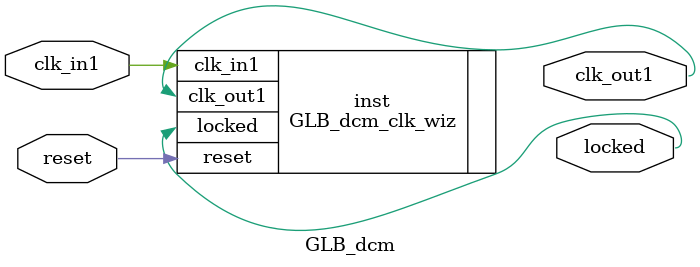
<source format=v>


`timescale 1ps/1ps

(* CORE_GENERATION_INFO = "GLB_dcm,clk_wiz_v6_0_2_0_0,{component_name=GLB_dcm,use_phase_alignment=false,use_min_o_jitter=false,use_max_i_jitter=false,use_dyn_phase_shift=false,use_inclk_switchover=false,use_dyn_reconfig=false,enable_axi=0,feedback_source=FDBK_AUTO,PRIMITIVE=MMCM,num_out_clk=1,clkin1_period=4.000,clkin2_period=10.0,use_power_down=false,use_reset=true,use_locked=true,use_inclk_stopped=false,feedback_type=SINGLE,CLOCK_MGR_TYPE=NA,manual_override=false}" *)

module GLB_dcm 
 (
  // Clock out ports
  output        clk_out1,
  // Status and control signals
  input         reset,
  output        locked,
 // Clock in ports
  input         clk_in1
 );

  GLB_dcm_clk_wiz inst
  (
  // Clock out ports  
  .clk_out1(clk_out1),
  // Status and control signals               
  .reset(reset), 
  .locked(locked),
 // Clock in ports
  .clk_in1(clk_in1)
  );

endmodule

</source>
